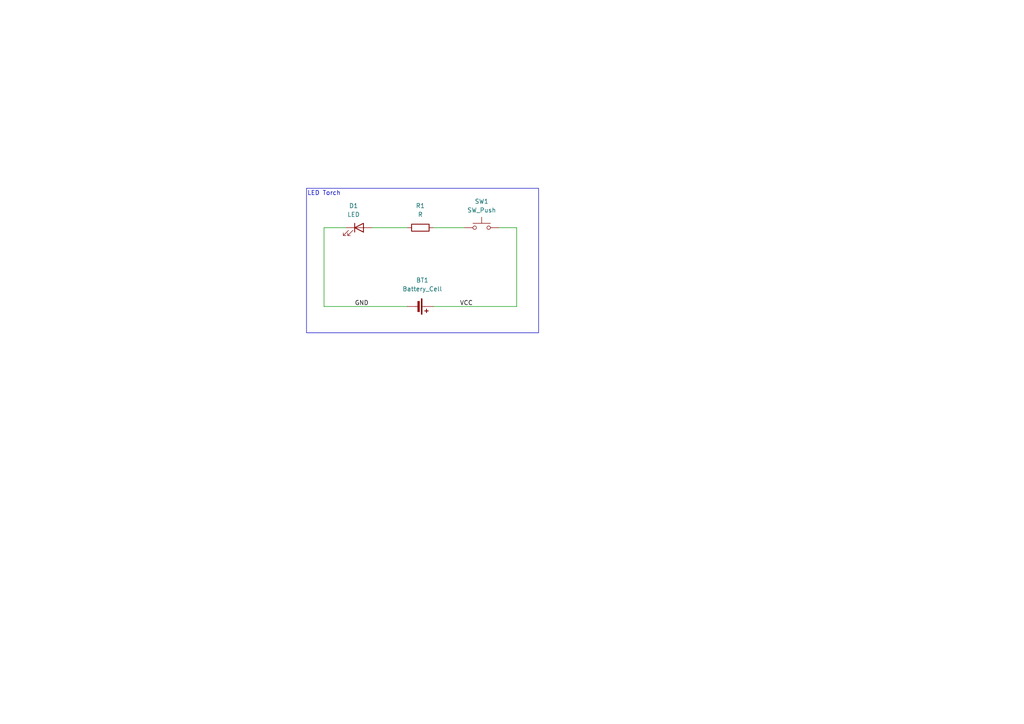
<source format=kicad_sch>
(kicad_sch (version 20231120) (generator "eeschema") (generator_version "8.0")
  (paper "A4")
  (title_block (title "LED Torch") (date "2024-08-08") (rev "v1"))
  (lib_symbols
    (symbol "Device:Battery_Cell" (pin_numbers hide) (pin_names (offset 0) hide)
      (property "Reference" "BT" (at 2.54 2.54 0))
      (property "Value" "Battery_Cell" (at 2.54 0 0))
      (symbol "Battery_Cell_0_1"
        (rectangle (start -2.286 1.778) (end 2.286 1.524) (fill (type outline)))
        (rectangle (start -1.524 1.016) (end 1.524 0.508) (fill (type outline)))
        (polyline (pts (xy 0 0.762) (xy 0 0)))
        (polyline (pts (xy 0 1.778) (xy 0 2.54)))
        (polyline (pts (xy 0.762 3.048) (xy 1.778 3.048)) (stroke (width 0.254)))
        (polyline (pts (xy 1.27 3.556) (xy 1.27 2.54)) (stroke (width 0.254)))
      )
      (symbol "Battery_Cell_1_1"
        (pin passive line (at 0 5.08 270) (length 2.54) (name "+") (number "1"))
        (pin passive line (at 0 -2.54 90) (length 2.54) (name "-") (number "2"))
      )
    )
    (symbol "Device:LED" (pin_numbers hide) (pin_names (offset 1.016) hide)
      (property "Reference" "D" (at 0 2.54 0))
      (property "Value" "LED" (at 0 -2.54 0))
      (symbol "LED_0_1"
        (polyline (pts (xy -1.27 -1.27) (xy -1.27 1.27)) (stroke (width 0.254)))
        (polyline (pts (xy -1.27 0) (xy 1.27 0)))
        (polyline (pts (xy 1.27 -1.27) (xy 1.27 1.27) (xy -1.27 0) (xy 1.27 -1.27)) (stroke (width 0.254)))
        (polyline (pts (xy -3.048 -0.762) (xy -4.572 -2.286) (xy -3.81 -2.286) (xy -4.572 -2.286) (xy -4.572 -1.524)))
        (polyline (pts (xy -1.778 -0.762) (xy -3.302 -2.286) (xy -2.54 -2.286) (xy -3.302 -2.286) (xy -3.302 -1.524)))
      )
      (symbol "LED_1_1"
        (pin passive line (at -3.81 0 0) (length 2.54) (name "K") (number "1"))
        (pin passive line (at 3.81 0 180) (length 2.54) (name "A") (number "2"))
      )
    )
    (symbol "Device:R" (pin_numbers hide) (pin_names (offset 0))
      (property "Reference" "R" (at 2.032 0 90))
      (property "Value" "R" (at 0 0 90))
      (symbol "R_0_1"
        (rectangle (start -1.016 -2.54) (end 1.016 2.54) (stroke (width 0.254)))
      )
      (symbol "R_1_1"
        (pin passive line (at 0 3.81 270) (length 1.27) (name "~") (number "1"))
        (pin passive line (at 0 -3.81 90) (length 1.27) (name "~") (number "2"))
      )
    )
    (symbol "Switch:SW_Push" (pin_numbers hide) (pin_names (offset 1.016) hide)
      (property "Reference" "SW" (at 1.27 2.54 0))
      (property "Value" "SW_Push" (at 0 -1.524 0))
      (symbol "SW_Push_0_1"
        (circle (center -2.032 0) (radius 0.508))
        (polyline (pts (xy 0 1.27) (xy 0 3.048)))
        (polyline (pts (xy 2.54 1.27) (xy -2.54 1.27)))
        (circle (center 2.032 0) (radius 0.508))
        (pin passive line (at -5.08 0 0) (length 2.54) (name "1") (number "1"))
        (pin passive line (at 5.08 0 180) (length 2.54) (name "2") (number "2"))
      )
    )
  )
  (wire (pts (xy 149.86 88.9) (xy 149.86 66.04)))
  (wire (pts (xy 125.73 66.04) (xy 134.62 66.04)))
  (wire (pts (xy 93.98 88.9) (xy 118.11 88.9)))
  (wire (pts (xy 125.73 88.9) (xy 149.86 88.9)))
  (wire (pts (xy 149.86 66.04) (xy 144.78 66.04)))
  (wire (pts (xy 107.95 66.04) (xy 118.11 66.04)))
  (wire (pts (xy 100.33 66.04) (xy 93.98 66.04)))
  (wire (pts (xy 93.98 66.04) (xy 93.98 88.9)))
  (rectangle (start 88.9 54.61) (end 156.21 96.52))
  (text "LED Torch" (at 93.98 56.134 0) (effects (font (size 1.27 1.27))))
  (label "GND" (at 102.87 88.9 0))
  (label "VCC" (at 133.35 88.9 0))
  (symbol (lib_id "Device:Battery_Cell") (at 120.65 88.9 270) (unit 1)
    (property "Reference" "BT1" (at 122.4915 81.28 90))
    (property "Value" "Battery_Cell" (at 122.4915 83.82 90))
    (property "Footprint" "Battery:BatteryHolder_Keystone_1058_1x2032" (effects (hide yes)))
    (property "Description" "Single-cell battery" (effects (hide yes)))
  )
  (symbol (lib_id "Device:LED") (at 104.14 66.04 0) (unit 1)
    (property "Reference" "D1" (at 102.5525 59.69 0))
    (property "Value" "LED" (at 102.5525 62.23 0))
    (property "Footprint" "LED_THT:LED_D5.0mm" (effects (hide yes)))
    (property "Description" "Light emitting diode" (effects (hide yes)))
  )
  (symbol (lib_id "Device:R") (at 121.92 66.04 90) (unit 1)
    (property "Reference" "R1" (at 121.92 59.69 90))
    (property "Value" "R" (at 121.92 62.23 90))
    (property "Footprint" "Resistor_THT:R_Axial_DIN0204_L3.6mm_D1.6mm_P7.62mm_Horizontal" (effects (hide yes)))
    (property "Description" "Resistor" (effects (hide yes)))
  )
  (symbol (lib_id "Switch:SW_Push") (at 139.7 66.04 0) (unit 1)
    (property "Reference" "SW1" (at 139.7 58.42 0))
    (property "Value" "SW_Push" (at 139.7 60.96 0))
    (property "Footprint" "Button_Switch_THT:SW_TH_Tactile_Omron_B3F-10xx" (effects (hide yes)))
    (property "Description" "Push button switch, generic, two pins" (effects (hide yes)))
  )
)
</source>
